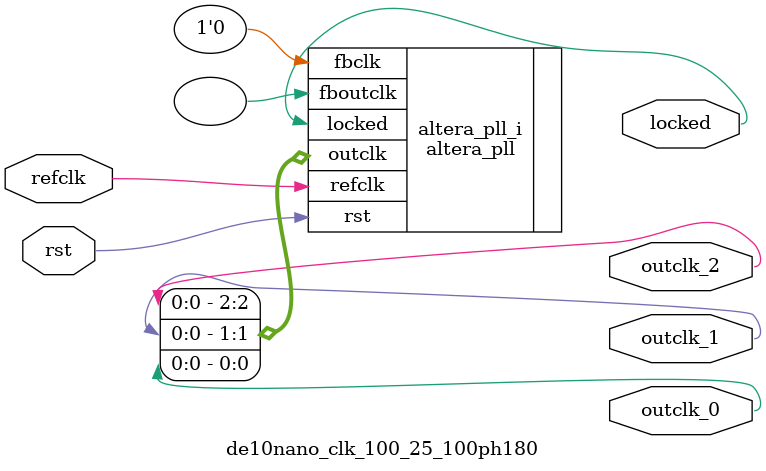
<source format=v>
`timescale 1ns/10ps

module  de10nano_clk_100_25_100ph180(
	input refclk,
	input rst,
	output outclk_0,
	output outclk_1,
	output outclk_2,
	output locked
);

	altera_pll #(
		.fractional_vco_multiplier("true"),
		.reference_clock_frequency("50.0 MHz"),
		.operation_mode("direct"),
		.number_of_clocks(3),

		.output_clock_frequency0("100.000000 MHz"),
		.phase_shift0("0 ps"),
		.duty_cycle0(50),
		
    .output_clock_frequency1("25.000000 MHz"),
		.phase_shift1("0 ps"),
		.duty_cycle1(50),
		
    .output_clock_frequency2("100.00000 MHz"),
		.phase_shift2("5000 ps"),
		.duty_cycle2(50),
		
    .output_clock_frequency3("0 MHz"),
		.phase_shift3("0 ps"),
		.duty_cycle3(50),
		.output_clock_frequency4("0 MHz"),
		.phase_shift4("0 ps"),
		.duty_cycle4(50),
		.output_clock_frequency5("0 MHz"),
		.phase_shift5("0 ps"),
		.duty_cycle5(50),
		.output_clock_frequency6("0 MHz"),
		.phase_shift6("0 ps"),
		.duty_cycle6(50),
		.output_clock_frequency7("0 MHz"),
		.phase_shift7("0 ps"),
		.duty_cycle7(50),
		.output_clock_frequency8("0 MHz"),
		.phase_shift8("0 ps"),
		.duty_cycle8(50),
		.output_clock_frequency9("0 MHz"),
		.phase_shift9("0 ps"),
		.duty_cycle9(50),
		.output_clock_frequency10("0 MHz"),
		.phase_shift10("0 ps"),
		.duty_cycle10(50),
		.output_clock_frequency11("0 MHz"),
		.phase_shift11("0 ps"),
		.duty_cycle11(50),
		.output_clock_frequency12("0 MHz"),
		.phase_shift12("0 ps"),
		.duty_cycle12(50),
		.output_clock_frequency13("0 MHz"),
		.phase_shift13("0 ps"),
		.duty_cycle13(50),
		.output_clock_frequency14("0 MHz"),
		.phase_shift14("0 ps"),
		.duty_cycle14(50),
		.output_clock_frequency15("0 MHz"),
		.phase_shift15("0 ps"),
		.duty_cycle15(50),
		.output_clock_frequency16("0 MHz"),
		.phase_shift16("0 ps"),
		.duty_cycle16(50),
		.output_clock_frequency17("0 MHz"),
		.phase_shift17("0 ps"),
		.duty_cycle17(50),
		.pll_type("General"),
		.pll_subtype("General")
	) altera_pll_i (
		.rst	(rst),
		.outclk	({outclk_2, outclk_1, outclk_0}),
		.locked	(locked),
		.fboutclk	( ),
		.fbclk	(1'b0),
		.refclk	(refclk)
	);
endmodule

</source>
